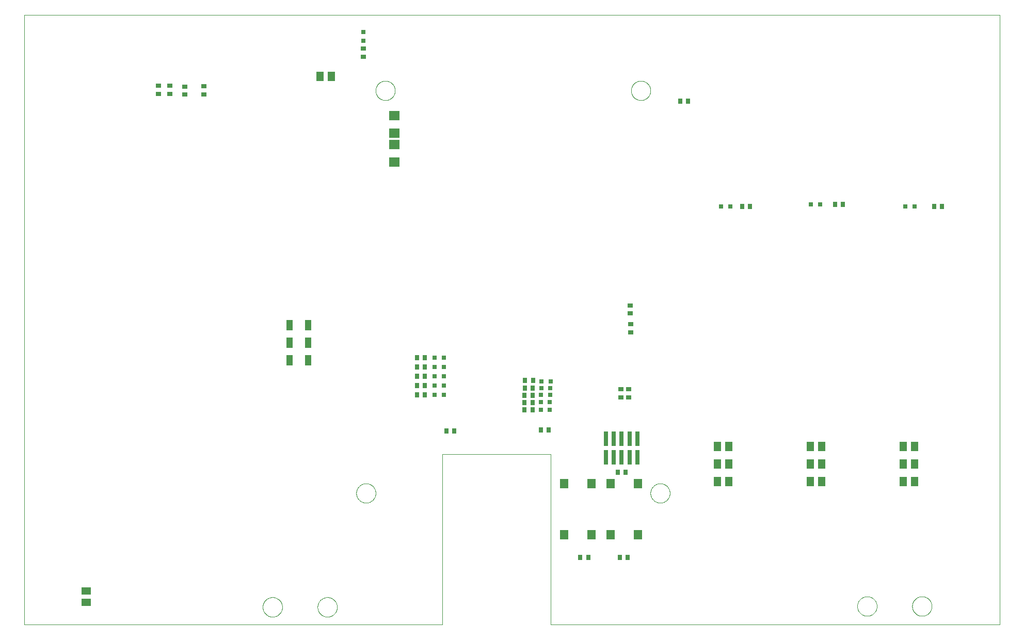
<source format=gtp>
G75*
%MOIN*%
%OFA0B0*%
%FSLAX25Y25*%
%IPPOS*%
%LPD*%
%AMOC8*
5,1,8,0,0,1.08239X$1,22.5*
%
%ADD10C,0.00000*%
%ADD11R,0.03543X0.02756*%
%ADD12R,0.07098X0.06299*%
%ADD13R,0.02650X0.09700*%
%ADD14R,0.02756X0.03543*%
%ADD15R,0.05512X0.06300*%
%ADD16R,0.03150X0.03150*%
%ADD17R,0.05118X0.05906*%
%ADD18R,0.05906X0.05118*%
%ADD19R,0.04400X0.07100*%
D10*
X0034894Y0034921D02*
X0034894Y0428622D01*
X0664815Y0428622D01*
X0664815Y0034921D01*
X0374894Y0034921D01*
X0374894Y0144921D01*
X0304894Y0144921D01*
X0304894Y0034921D01*
X0034894Y0034921D01*
X0188831Y0046339D02*
X0188833Y0046497D01*
X0188839Y0046655D01*
X0188849Y0046813D01*
X0188863Y0046971D01*
X0188881Y0047128D01*
X0188902Y0047285D01*
X0188928Y0047441D01*
X0188958Y0047597D01*
X0188991Y0047752D01*
X0189029Y0047905D01*
X0189070Y0048058D01*
X0189115Y0048210D01*
X0189164Y0048361D01*
X0189217Y0048510D01*
X0189273Y0048658D01*
X0189333Y0048804D01*
X0189397Y0048949D01*
X0189465Y0049092D01*
X0189536Y0049234D01*
X0189610Y0049374D01*
X0189688Y0049511D01*
X0189770Y0049647D01*
X0189854Y0049781D01*
X0189943Y0049912D01*
X0190034Y0050041D01*
X0190129Y0050168D01*
X0190226Y0050293D01*
X0190327Y0050415D01*
X0190431Y0050534D01*
X0190538Y0050651D01*
X0190648Y0050765D01*
X0190761Y0050876D01*
X0190876Y0050985D01*
X0190994Y0051090D01*
X0191115Y0051192D01*
X0191238Y0051292D01*
X0191364Y0051388D01*
X0191492Y0051481D01*
X0191622Y0051571D01*
X0191755Y0051657D01*
X0191890Y0051741D01*
X0192026Y0051820D01*
X0192165Y0051897D01*
X0192306Y0051969D01*
X0192448Y0052039D01*
X0192592Y0052104D01*
X0192738Y0052166D01*
X0192885Y0052224D01*
X0193034Y0052279D01*
X0193184Y0052330D01*
X0193335Y0052377D01*
X0193487Y0052420D01*
X0193640Y0052459D01*
X0193795Y0052495D01*
X0193950Y0052526D01*
X0194106Y0052554D01*
X0194262Y0052578D01*
X0194419Y0052598D01*
X0194577Y0052614D01*
X0194734Y0052626D01*
X0194893Y0052634D01*
X0195051Y0052638D01*
X0195209Y0052638D01*
X0195367Y0052634D01*
X0195526Y0052626D01*
X0195683Y0052614D01*
X0195841Y0052598D01*
X0195998Y0052578D01*
X0196154Y0052554D01*
X0196310Y0052526D01*
X0196465Y0052495D01*
X0196620Y0052459D01*
X0196773Y0052420D01*
X0196925Y0052377D01*
X0197076Y0052330D01*
X0197226Y0052279D01*
X0197375Y0052224D01*
X0197522Y0052166D01*
X0197668Y0052104D01*
X0197812Y0052039D01*
X0197954Y0051969D01*
X0198095Y0051897D01*
X0198234Y0051820D01*
X0198370Y0051741D01*
X0198505Y0051657D01*
X0198638Y0051571D01*
X0198768Y0051481D01*
X0198896Y0051388D01*
X0199022Y0051292D01*
X0199145Y0051192D01*
X0199266Y0051090D01*
X0199384Y0050985D01*
X0199499Y0050876D01*
X0199612Y0050765D01*
X0199722Y0050651D01*
X0199829Y0050534D01*
X0199933Y0050415D01*
X0200034Y0050293D01*
X0200131Y0050168D01*
X0200226Y0050041D01*
X0200317Y0049912D01*
X0200406Y0049781D01*
X0200490Y0049647D01*
X0200572Y0049511D01*
X0200650Y0049374D01*
X0200724Y0049234D01*
X0200795Y0049092D01*
X0200863Y0048949D01*
X0200927Y0048804D01*
X0200987Y0048658D01*
X0201043Y0048510D01*
X0201096Y0048361D01*
X0201145Y0048210D01*
X0201190Y0048058D01*
X0201231Y0047905D01*
X0201269Y0047752D01*
X0201302Y0047597D01*
X0201332Y0047441D01*
X0201358Y0047285D01*
X0201379Y0047128D01*
X0201397Y0046971D01*
X0201411Y0046813D01*
X0201421Y0046655D01*
X0201427Y0046497D01*
X0201429Y0046339D01*
X0201427Y0046181D01*
X0201421Y0046023D01*
X0201411Y0045865D01*
X0201397Y0045707D01*
X0201379Y0045550D01*
X0201358Y0045393D01*
X0201332Y0045237D01*
X0201302Y0045081D01*
X0201269Y0044926D01*
X0201231Y0044773D01*
X0201190Y0044620D01*
X0201145Y0044468D01*
X0201096Y0044317D01*
X0201043Y0044168D01*
X0200987Y0044020D01*
X0200927Y0043874D01*
X0200863Y0043729D01*
X0200795Y0043586D01*
X0200724Y0043444D01*
X0200650Y0043304D01*
X0200572Y0043167D01*
X0200490Y0043031D01*
X0200406Y0042897D01*
X0200317Y0042766D01*
X0200226Y0042637D01*
X0200131Y0042510D01*
X0200034Y0042385D01*
X0199933Y0042263D01*
X0199829Y0042144D01*
X0199722Y0042027D01*
X0199612Y0041913D01*
X0199499Y0041802D01*
X0199384Y0041693D01*
X0199266Y0041588D01*
X0199145Y0041486D01*
X0199022Y0041386D01*
X0198896Y0041290D01*
X0198768Y0041197D01*
X0198638Y0041107D01*
X0198505Y0041021D01*
X0198370Y0040937D01*
X0198234Y0040858D01*
X0198095Y0040781D01*
X0197954Y0040709D01*
X0197812Y0040639D01*
X0197668Y0040574D01*
X0197522Y0040512D01*
X0197375Y0040454D01*
X0197226Y0040399D01*
X0197076Y0040348D01*
X0196925Y0040301D01*
X0196773Y0040258D01*
X0196620Y0040219D01*
X0196465Y0040183D01*
X0196310Y0040152D01*
X0196154Y0040124D01*
X0195998Y0040100D01*
X0195841Y0040080D01*
X0195683Y0040064D01*
X0195526Y0040052D01*
X0195367Y0040044D01*
X0195209Y0040040D01*
X0195051Y0040040D01*
X0194893Y0040044D01*
X0194734Y0040052D01*
X0194577Y0040064D01*
X0194419Y0040080D01*
X0194262Y0040100D01*
X0194106Y0040124D01*
X0193950Y0040152D01*
X0193795Y0040183D01*
X0193640Y0040219D01*
X0193487Y0040258D01*
X0193335Y0040301D01*
X0193184Y0040348D01*
X0193034Y0040399D01*
X0192885Y0040454D01*
X0192738Y0040512D01*
X0192592Y0040574D01*
X0192448Y0040639D01*
X0192306Y0040709D01*
X0192165Y0040781D01*
X0192026Y0040858D01*
X0191890Y0040937D01*
X0191755Y0041021D01*
X0191622Y0041107D01*
X0191492Y0041197D01*
X0191364Y0041290D01*
X0191238Y0041386D01*
X0191115Y0041486D01*
X0190994Y0041588D01*
X0190876Y0041693D01*
X0190761Y0041802D01*
X0190648Y0041913D01*
X0190538Y0042027D01*
X0190431Y0042144D01*
X0190327Y0042263D01*
X0190226Y0042385D01*
X0190129Y0042510D01*
X0190034Y0042637D01*
X0189943Y0042766D01*
X0189854Y0042897D01*
X0189770Y0043031D01*
X0189688Y0043167D01*
X0189610Y0043304D01*
X0189536Y0043444D01*
X0189465Y0043586D01*
X0189397Y0043729D01*
X0189333Y0043874D01*
X0189273Y0044020D01*
X0189217Y0044168D01*
X0189164Y0044317D01*
X0189115Y0044468D01*
X0189070Y0044620D01*
X0189029Y0044773D01*
X0188991Y0044926D01*
X0188958Y0045081D01*
X0188928Y0045237D01*
X0188902Y0045393D01*
X0188881Y0045550D01*
X0188863Y0045707D01*
X0188849Y0045865D01*
X0188839Y0046023D01*
X0188833Y0046181D01*
X0188831Y0046339D01*
X0224264Y0046339D02*
X0224266Y0046497D01*
X0224272Y0046655D01*
X0224282Y0046813D01*
X0224296Y0046971D01*
X0224314Y0047128D01*
X0224335Y0047285D01*
X0224361Y0047441D01*
X0224391Y0047597D01*
X0224424Y0047752D01*
X0224462Y0047905D01*
X0224503Y0048058D01*
X0224548Y0048210D01*
X0224597Y0048361D01*
X0224650Y0048510D01*
X0224706Y0048658D01*
X0224766Y0048804D01*
X0224830Y0048949D01*
X0224898Y0049092D01*
X0224969Y0049234D01*
X0225043Y0049374D01*
X0225121Y0049511D01*
X0225203Y0049647D01*
X0225287Y0049781D01*
X0225376Y0049912D01*
X0225467Y0050041D01*
X0225562Y0050168D01*
X0225659Y0050293D01*
X0225760Y0050415D01*
X0225864Y0050534D01*
X0225971Y0050651D01*
X0226081Y0050765D01*
X0226194Y0050876D01*
X0226309Y0050985D01*
X0226427Y0051090D01*
X0226548Y0051192D01*
X0226671Y0051292D01*
X0226797Y0051388D01*
X0226925Y0051481D01*
X0227055Y0051571D01*
X0227188Y0051657D01*
X0227323Y0051741D01*
X0227459Y0051820D01*
X0227598Y0051897D01*
X0227739Y0051969D01*
X0227881Y0052039D01*
X0228025Y0052104D01*
X0228171Y0052166D01*
X0228318Y0052224D01*
X0228467Y0052279D01*
X0228617Y0052330D01*
X0228768Y0052377D01*
X0228920Y0052420D01*
X0229073Y0052459D01*
X0229228Y0052495D01*
X0229383Y0052526D01*
X0229539Y0052554D01*
X0229695Y0052578D01*
X0229852Y0052598D01*
X0230010Y0052614D01*
X0230167Y0052626D01*
X0230326Y0052634D01*
X0230484Y0052638D01*
X0230642Y0052638D01*
X0230800Y0052634D01*
X0230959Y0052626D01*
X0231116Y0052614D01*
X0231274Y0052598D01*
X0231431Y0052578D01*
X0231587Y0052554D01*
X0231743Y0052526D01*
X0231898Y0052495D01*
X0232053Y0052459D01*
X0232206Y0052420D01*
X0232358Y0052377D01*
X0232509Y0052330D01*
X0232659Y0052279D01*
X0232808Y0052224D01*
X0232955Y0052166D01*
X0233101Y0052104D01*
X0233245Y0052039D01*
X0233387Y0051969D01*
X0233528Y0051897D01*
X0233667Y0051820D01*
X0233803Y0051741D01*
X0233938Y0051657D01*
X0234071Y0051571D01*
X0234201Y0051481D01*
X0234329Y0051388D01*
X0234455Y0051292D01*
X0234578Y0051192D01*
X0234699Y0051090D01*
X0234817Y0050985D01*
X0234932Y0050876D01*
X0235045Y0050765D01*
X0235155Y0050651D01*
X0235262Y0050534D01*
X0235366Y0050415D01*
X0235467Y0050293D01*
X0235564Y0050168D01*
X0235659Y0050041D01*
X0235750Y0049912D01*
X0235839Y0049781D01*
X0235923Y0049647D01*
X0236005Y0049511D01*
X0236083Y0049374D01*
X0236157Y0049234D01*
X0236228Y0049092D01*
X0236296Y0048949D01*
X0236360Y0048804D01*
X0236420Y0048658D01*
X0236476Y0048510D01*
X0236529Y0048361D01*
X0236578Y0048210D01*
X0236623Y0048058D01*
X0236664Y0047905D01*
X0236702Y0047752D01*
X0236735Y0047597D01*
X0236765Y0047441D01*
X0236791Y0047285D01*
X0236812Y0047128D01*
X0236830Y0046971D01*
X0236844Y0046813D01*
X0236854Y0046655D01*
X0236860Y0046497D01*
X0236862Y0046339D01*
X0236860Y0046181D01*
X0236854Y0046023D01*
X0236844Y0045865D01*
X0236830Y0045707D01*
X0236812Y0045550D01*
X0236791Y0045393D01*
X0236765Y0045237D01*
X0236735Y0045081D01*
X0236702Y0044926D01*
X0236664Y0044773D01*
X0236623Y0044620D01*
X0236578Y0044468D01*
X0236529Y0044317D01*
X0236476Y0044168D01*
X0236420Y0044020D01*
X0236360Y0043874D01*
X0236296Y0043729D01*
X0236228Y0043586D01*
X0236157Y0043444D01*
X0236083Y0043304D01*
X0236005Y0043167D01*
X0235923Y0043031D01*
X0235839Y0042897D01*
X0235750Y0042766D01*
X0235659Y0042637D01*
X0235564Y0042510D01*
X0235467Y0042385D01*
X0235366Y0042263D01*
X0235262Y0042144D01*
X0235155Y0042027D01*
X0235045Y0041913D01*
X0234932Y0041802D01*
X0234817Y0041693D01*
X0234699Y0041588D01*
X0234578Y0041486D01*
X0234455Y0041386D01*
X0234329Y0041290D01*
X0234201Y0041197D01*
X0234071Y0041107D01*
X0233938Y0041021D01*
X0233803Y0040937D01*
X0233667Y0040858D01*
X0233528Y0040781D01*
X0233387Y0040709D01*
X0233245Y0040639D01*
X0233101Y0040574D01*
X0232955Y0040512D01*
X0232808Y0040454D01*
X0232659Y0040399D01*
X0232509Y0040348D01*
X0232358Y0040301D01*
X0232206Y0040258D01*
X0232053Y0040219D01*
X0231898Y0040183D01*
X0231743Y0040152D01*
X0231587Y0040124D01*
X0231431Y0040100D01*
X0231274Y0040080D01*
X0231116Y0040064D01*
X0230959Y0040052D01*
X0230800Y0040044D01*
X0230642Y0040040D01*
X0230484Y0040040D01*
X0230326Y0040044D01*
X0230167Y0040052D01*
X0230010Y0040064D01*
X0229852Y0040080D01*
X0229695Y0040100D01*
X0229539Y0040124D01*
X0229383Y0040152D01*
X0229228Y0040183D01*
X0229073Y0040219D01*
X0228920Y0040258D01*
X0228768Y0040301D01*
X0228617Y0040348D01*
X0228467Y0040399D01*
X0228318Y0040454D01*
X0228171Y0040512D01*
X0228025Y0040574D01*
X0227881Y0040639D01*
X0227739Y0040709D01*
X0227598Y0040781D01*
X0227459Y0040858D01*
X0227323Y0040937D01*
X0227188Y0041021D01*
X0227055Y0041107D01*
X0226925Y0041197D01*
X0226797Y0041290D01*
X0226671Y0041386D01*
X0226548Y0041486D01*
X0226427Y0041588D01*
X0226309Y0041693D01*
X0226194Y0041802D01*
X0226081Y0041913D01*
X0225971Y0042027D01*
X0225864Y0042144D01*
X0225760Y0042263D01*
X0225659Y0042385D01*
X0225562Y0042510D01*
X0225467Y0042637D01*
X0225376Y0042766D01*
X0225287Y0042897D01*
X0225203Y0043031D01*
X0225121Y0043167D01*
X0225043Y0043304D01*
X0224969Y0043444D01*
X0224898Y0043586D01*
X0224830Y0043729D01*
X0224766Y0043874D01*
X0224706Y0044020D01*
X0224650Y0044168D01*
X0224597Y0044317D01*
X0224548Y0044468D01*
X0224503Y0044620D01*
X0224462Y0044773D01*
X0224424Y0044926D01*
X0224391Y0045081D01*
X0224361Y0045237D01*
X0224335Y0045393D01*
X0224314Y0045550D01*
X0224296Y0045707D01*
X0224282Y0045865D01*
X0224272Y0046023D01*
X0224266Y0046181D01*
X0224264Y0046339D01*
X0249254Y0119921D02*
X0249256Y0120079D01*
X0249262Y0120236D01*
X0249272Y0120394D01*
X0249286Y0120551D01*
X0249304Y0120707D01*
X0249325Y0120864D01*
X0249351Y0121019D01*
X0249381Y0121174D01*
X0249414Y0121328D01*
X0249452Y0121481D01*
X0249493Y0121634D01*
X0249538Y0121785D01*
X0249587Y0121935D01*
X0249640Y0122083D01*
X0249696Y0122231D01*
X0249757Y0122376D01*
X0249820Y0122521D01*
X0249888Y0122663D01*
X0249959Y0122804D01*
X0250033Y0122943D01*
X0250111Y0123080D01*
X0250193Y0123215D01*
X0250277Y0123348D01*
X0250366Y0123479D01*
X0250457Y0123607D01*
X0250552Y0123734D01*
X0250649Y0123857D01*
X0250750Y0123979D01*
X0250854Y0124097D01*
X0250961Y0124213D01*
X0251071Y0124326D01*
X0251183Y0124437D01*
X0251299Y0124544D01*
X0251417Y0124649D01*
X0251537Y0124751D01*
X0251660Y0124849D01*
X0251786Y0124945D01*
X0251914Y0125037D01*
X0252044Y0125126D01*
X0252176Y0125212D01*
X0252311Y0125294D01*
X0252448Y0125373D01*
X0252586Y0125448D01*
X0252726Y0125520D01*
X0252869Y0125588D01*
X0253012Y0125653D01*
X0253158Y0125714D01*
X0253305Y0125771D01*
X0253453Y0125825D01*
X0253603Y0125875D01*
X0253753Y0125921D01*
X0253905Y0125963D01*
X0254058Y0126002D01*
X0254212Y0126036D01*
X0254367Y0126067D01*
X0254522Y0126093D01*
X0254678Y0126116D01*
X0254835Y0126135D01*
X0254992Y0126150D01*
X0255149Y0126161D01*
X0255307Y0126168D01*
X0255465Y0126171D01*
X0255622Y0126170D01*
X0255780Y0126165D01*
X0255937Y0126156D01*
X0256095Y0126143D01*
X0256251Y0126126D01*
X0256408Y0126105D01*
X0256563Y0126081D01*
X0256718Y0126052D01*
X0256873Y0126019D01*
X0257026Y0125983D01*
X0257179Y0125942D01*
X0257330Y0125898D01*
X0257480Y0125850D01*
X0257629Y0125799D01*
X0257777Y0125743D01*
X0257923Y0125684D01*
X0258068Y0125621D01*
X0258211Y0125554D01*
X0258352Y0125484D01*
X0258491Y0125411D01*
X0258629Y0125334D01*
X0258765Y0125253D01*
X0258898Y0125169D01*
X0259029Y0125082D01*
X0259158Y0124991D01*
X0259285Y0124897D01*
X0259410Y0124800D01*
X0259531Y0124700D01*
X0259651Y0124597D01*
X0259767Y0124491D01*
X0259881Y0124382D01*
X0259993Y0124270D01*
X0260101Y0124156D01*
X0260206Y0124038D01*
X0260309Y0123918D01*
X0260408Y0123796D01*
X0260504Y0123671D01*
X0260597Y0123543D01*
X0260687Y0123414D01*
X0260773Y0123282D01*
X0260857Y0123148D01*
X0260936Y0123012D01*
X0261013Y0122874D01*
X0261085Y0122734D01*
X0261154Y0122592D01*
X0261220Y0122449D01*
X0261282Y0122304D01*
X0261340Y0122157D01*
X0261395Y0122009D01*
X0261446Y0121860D01*
X0261493Y0121709D01*
X0261536Y0121558D01*
X0261575Y0121405D01*
X0261611Y0121251D01*
X0261642Y0121097D01*
X0261670Y0120942D01*
X0261694Y0120786D01*
X0261714Y0120629D01*
X0261730Y0120472D01*
X0261742Y0120315D01*
X0261750Y0120158D01*
X0261754Y0120000D01*
X0261754Y0119842D01*
X0261750Y0119684D01*
X0261742Y0119527D01*
X0261730Y0119370D01*
X0261714Y0119213D01*
X0261694Y0119056D01*
X0261670Y0118900D01*
X0261642Y0118745D01*
X0261611Y0118591D01*
X0261575Y0118437D01*
X0261536Y0118284D01*
X0261493Y0118133D01*
X0261446Y0117982D01*
X0261395Y0117833D01*
X0261340Y0117685D01*
X0261282Y0117538D01*
X0261220Y0117393D01*
X0261154Y0117250D01*
X0261085Y0117108D01*
X0261013Y0116968D01*
X0260936Y0116830D01*
X0260857Y0116694D01*
X0260773Y0116560D01*
X0260687Y0116428D01*
X0260597Y0116299D01*
X0260504Y0116171D01*
X0260408Y0116046D01*
X0260309Y0115924D01*
X0260206Y0115804D01*
X0260101Y0115686D01*
X0259993Y0115572D01*
X0259881Y0115460D01*
X0259767Y0115351D01*
X0259651Y0115245D01*
X0259531Y0115142D01*
X0259410Y0115042D01*
X0259285Y0114945D01*
X0259158Y0114851D01*
X0259029Y0114760D01*
X0258898Y0114673D01*
X0258765Y0114589D01*
X0258629Y0114508D01*
X0258491Y0114431D01*
X0258352Y0114358D01*
X0258211Y0114288D01*
X0258068Y0114221D01*
X0257923Y0114158D01*
X0257777Y0114099D01*
X0257629Y0114043D01*
X0257480Y0113992D01*
X0257330Y0113944D01*
X0257179Y0113900D01*
X0257026Y0113859D01*
X0256873Y0113823D01*
X0256718Y0113790D01*
X0256563Y0113761D01*
X0256408Y0113737D01*
X0256251Y0113716D01*
X0256095Y0113699D01*
X0255937Y0113686D01*
X0255780Y0113677D01*
X0255622Y0113672D01*
X0255465Y0113671D01*
X0255307Y0113674D01*
X0255149Y0113681D01*
X0254992Y0113692D01*
X0254835Y0113707D01*
X0254678Y0113726D01*
X0254522Y0113749D01*
X0254367Y0113775D01*
X0254212Y0113806D01*
X0254058Y0113840D01*
X0253905Y0113879D01*
X0253753Y0113921D01*
X0253603Y0113967D01*
X0253453Y0114017D01*
X0253305Y0114071D01*
X0253158Y0114128D01*
X0253012Y0114189D01*
X0252869Y0114254D01*
X0252726Y0114322D01*
X0252586Y0114394D01*
X0252448Y0114469D01*
X0252311Y0114548D01*
X0252176Y0114630D01*
X0252044Y0114716D01*
X0251914Y0114805D01*
X0251786Y0114897D01*
X0251660Y0114993D01*
X0251537Y0115091D01*
X0251417Y0115193D01*
X0251299Y0115298D01*
X0251183Y0115405D01*
X0251071Y0115516D01*
X0250961Y0115629D01*
X0250854Y0115745D01*
X0250750Y0115863D01*
X0250649Y0115985D01*
X0250552Y0116108D01*
X0250457Y0116235D01*
X0250366Y0116363D01*
X0250277Y0116494D01*
X0250193Y0116627D01*
X0250111Y0116762D01*
X0250033Y0116899D01*
X0249959Y0117038D01*
X0249888Y0117179D01*
X0249820Y0117321D01*
X0249757Y0117466D01*
X0249696Y0117611D01*
X0249640Y0117759D01*
X0249587Y0117907D01*
X0249538Y0118057D01*
X0249493Y0118208D01*
X0249452Y0118361D01*
X0249414Y0118514D01*
X0249381Y0118668D01*
X0249351Y0118823D01*
X0249325Y0118978D01*
X0249304Y0119135D01*
X0249286Y0119291D01*
X0249272Y0119448D01*
X0249262Y0119606D01*
X0249256Y0119763D01*
X0249254Y0119921D01*
X0439254Y0119921D02*
X0439256Y0120079D01*
X0439262Y0120236D01*
X0439272Y0120394D01*
X0439286Y0120551D01*
X0439304Y0120707D01*
X0439325Y0120864D01*
X0439351Y0121019D01*
X0439381Y0121174D01*
X0439414Y0121328D01*
X0439452Y0121481D01*
X0439493Y0121634D01*
X0439538Y0121785D01*
X0439587Y0121935D01*
X0439640Y0122083D01*
X0439696Y0122231D01*
X0439757Y0122376D01*
X0439820Y0122521D01*
X0439888Y0122663D01*
X0439959Y0122804D01*
X0440033Y0122943D01*
X0440111Y0123080D01*
X0440193Y0123215D01*
X0440277Y0123348D01*
X0440366Y0123479D01*
X0440457Y0123607D01*
X0440552Y0123734D01*
X0440649Y0123857D01*
X0440750Y0123979D01*
X0440854Y0124097D01*
X0440961Y0124213D01*
X0441071Y0124326D01*
X0441183Y0124437D01*
X0441299Y0124544D01*
X0441417Y0124649D01*
X0441537Y0124751D01*
X0441660Y0124849D01*
X0441786Y0124945D01*
X0441914Y0125037D01*
X0442044Y0125126D01*
X0442176Y0125212D01*
X0442311Y0125294D01*
X0442448Y0125373D01*
X0442586Y0125448D01*
X0442726Y0125520D01*
X0442869Y0125588D01*
X0443012Y0125653D01*
X0443158Y0125714D01*
X0443305Y0125771D01*
X0443453Y0125825D01*
X0443603Y0125875D01*
X0443753Y0125921D01*
X0443905Y0125963D01*
X0444058Y0126002D01*
X0444212Y0126036D01*
X0444367Y0126067D01*
X0444522Y0126093D01*
X0444678Y0126116D01*
X0444835Y0126135D01*
X0444992Y0126150D01*
X0445149Y0126161D01*
X0445307Y0126168D01*
X0445465Y0126171D01*
X0445622Y0126170D01*
X0445780Y0126165D01*
X0445937Y0126156D01*
X0446095Y0126143D01*
X0446251Y0126126D01*
X0446408Y0126105D01*
X0446563Y0126081D01*
X0446718Y0126052D01*
X0446873Y0126019D01*
X0447026Y0125983D01*
X0447179Y0125942D01*
X0447330Y0125898D01*
X0447480Y0125850D01*
X0447629Y0125799D01*
X0447777Y0125743D01*
X0447923Y0125684D01*
X0448068Y0125621D01*
X0448211Y0125554D01*
X0448352Y0125484D01*
X0448491Y0125411D01*
X0448629Y0125334D01*
X0448765Y0125253D01*
X0448898Y0125169D01*
X0449029Y0125082D01*
X0449158Y0124991D01*
X0449285Y0124897D01*
X0449410Y0124800D01*
X0449531Y0124700D01*
X0449651Y0124597D01*
X0449767Y0124491D01*
X0449881Y0124382D01*
X0449993Y0124270D01*
X0450101Y0124156D01*
X0450206Y0124038D01*
X0450309Y0123918D01*
X0450408Y0123796D01*
X0450504Y0123671D01*
X0450597Y0123543D01*
X0450687Y0123414D01*
X0450773Y0123282D01*
X0450857Y0123148D01*
X0450936Y0123012D01*
X0451013Y0122874D01*
X0451085Y0122734D01*
X0451154Y0122592D01*
X0451220Y0122449D01*
X0451282Y0122304D01*
X0451340Y0122157D01*
X0451395Y0122009D01*
X0451446Y0121860D01*
X0451493Y0121709D01*
X0451536Y0121558D01*
X0451575Y0121405D01*
X0451611Y0121251D01*
X0451642Y0121097D01*
X0451670Y0120942D01*
X0451694Y0120786D01*
X0451714Y0120629D01*
X0451730Y0120472D01*
X0451742Y0120315D01*
X0451750Y0120158D01*
X0451754Y0120000D01*
X0451754Y0119842D01*
X0451750Y0119684D01*
X0451742Y0119527D01*
X0451730Y0119370D01*
X0451714Y0119213D01*
X0451694Y0119056D01*
X0451670Y0118900D01*
X0451642Y0118745D01*
X0451611Y0118591D01*
X0451575Y0118437D01*
X0451536Y0118284D01*
X0451493Y0118133D01*
X0451446Y0117982D01*
X0451395Y0117833D01*
X0451340Y0117685D01*
X0451282Y0117538D01*
X0451220Y0117393D01*
X0451154Y0117250D01*
X0451085Y0117108D01*
X0451013Y0116968D01*
X0450936Y0116830D01*
X0450857Y0116694D01*
X0450773Y0116560D01*
X0450687Y0116428D01*
X0450597Y0116299D01*
X0450504Y0116171D01*
X0450408Y0116046D01*
X0450309Y0115924D01*
X0450206Y0115804D01*
X0450101Y0115686D01*
X0449993Y0115572D01*
X0449881Y0115460D01*
X0449767Y0115351D01*
X0449651Y0115245D01*
X0449531Y0115142D01*
X0449410Y0115042D01*
X0449285Y0114945D01*
X0449158Y0114851D01*
X0449029Y0114760D01*
X0448898Y0114673D01*
X0448765Y0114589D01*
X0448629Y0114508D01*
X0448491Y0114431D01*
X0448352Y0114358D01*
X0448211Y0114288D01*
X0448068Y0114221D01*
X0447923Y0114158D01*
X0447777Y0114099D01*
X0447629Y0114043D01*
X0447480Y0113992D01*
X0447330Y0113944D01*
X0447179Y0113900D01*
X0447026Y0113859D01*
X0446873Y0113823D01*
X0446718Y0113790D01*
X0446563Y0113761D01*
X0446408Y0113737D01*
X0446251Y0113716D01*
X0446095Y0113699D01*
X0445937Y0113686D01*
X0445780Y0113677D01*
X0445622Y0113672D01*
X0445465Y0113671D01*
X0445307Y0113674D01*
X0445149Y0113681D01*
X0444992Y0113692D01*
X0444835Y0113707D01*
X0444678Y0113726D01*
X0444522Y0113749D01*
X0444367Y0113775D01*
X0444212Y0113806D01*
X0444058Y0113840D01*
X0443905Y0113879D01*
X0443753Y0113921D01*
X0443603Y0113967D01*
X0443453Y0114017D01*
X0443305Y0114071D01*
X0443158Y0114128D01*
X0443012Y0114189D01*
X0442869Y0114254D01*
X0442726Y0114322D01*
X0442586Y0114394D01*
X0442448Y0114469D01*
X0442311Y0114548D01*
X0442176Y0114630D01*
X0442044Y0114716D01*
X0441914Y0114805D01*
X0441786Y0114897D01*
X0441660Y0114993D01*
X0441537Y0115091D01*
X0441417Y0115193D01*
X0441299Y0115298D01*
X0441183Y0115405D01*
X0441071Y0115516D01*
X0440961Y0115629D01*
X0440854Y0115745D01*
X0440750Y0115863D01*
X0440649Y0115985D01*
X0440552Y0116108D01*
X0440457Y0116235D01*
X0440366Y0116363D01*
X0440277Y0116494D01*
X0440193Y0116627D01*
X0440111Y0116762D01*
X0440033Y0116899D01*
X0439959Y0117038D01*
X0439888Y0117179D01*
X0439820Y0117321D01*
X0439757Y0117466D01*
X0439696Y0117611D01*
X0439640Y0117759D01*
X0439587Y0117907D01*
X0439538Y0118057D01*
X0439493Y0118208D01*
X0439452Y0118361D01*
X0439414Y0118514D01*
X0439381Y0118668D01*
X0439351Y0118823D01*
X0439325Y0118978D01*
X0439304Y0119135D01*
X0439286Y0119291D01*
X0439272Y0119448D01*
X0439262Y0119606D01*
X0439256Y0119763D01*
X0439254Y0119921D01*
X0572847Y0046890D02*
X0572849Y0047048D01*
X0572855Y0047206D01*
X0572865Y0047364D01*
X0572879Y0047522D01*
X0572897Y0047679D01*
X0572918Y0047836D01*
X0572944Y0047992D01*
X0572974Y0048148D01*
X0573007Y0048303D01*
X0573045Y0048456D01*
X0573086Y0048609D01*
X0573131Y0048761D01*
X0573180Y0048912D01*
X0573233Y0049061D01*
X0573289Y0049209D01*
X0573349Y0049355D01*
X0573413Y0049500D01*
X0573481Y0049643D01*
X0573552Y0049785D01*
X0573626Y0049925D01*
X0573704Y0050062D01*
X0573786Y0050198D01*
X0573870Y0050332D01*
X0573959Y0050463D01*
X0574050Y0050592D01*
X0574145Y0050719D01*
X0574242Y0050844D01*
X0574343Y0050966D01*
X0574447Y0051085D01*
X0574554Y0051202D01*
X0574664Y0051316D01*
X0574777Y0051427D01*
X0574892Y0051536D01*
X0575010Y0051641D01*
X0575131Y0051743D01*
X0575254Y0051843D01*
X0575380Y0051939D01*
X0575508Y0052032D01*
X0575638Y0052122D01*
X0575771Y0052208D01*
X0575906Y0052292D01*
X0576042Y0052371D01*
X0576181Y0052448D01*
X0576322Y0052520D01*
X0576464Y0052590D01*
X0576608Y0052655D01*
X0576754Y0052717D01*
X0576901Y0052775D01*
X0577050Y0052830D01*
X0577200Y0052881D01*
X0577351Y0052928D01*
X0577503Y0052971D01*
X0577656Y0053010D01*
X0577811Y0053046D01*
X0577966Y0053077D01*
X0578122Y0053105D01*
X0578278Y0053129D01*
X0578435Y0053149D01*
X0578593Y0053165D01*
X0578750Y0053177D01*
X0578909Y0053185D01*
X0579067Y0053189D01*
X0579225Y0053189D01*
X0579383Y0053185D01*
X0579542Y0053177D01*
X0579699Y0053165D01*
X0579857Y0053149D01*
X0580014Y0053129D01*
X0580170Y0053105D01*
X0580326Y0053077D01*
X0580481Y0053046D01*
X0580636Y0053010D01*
X0580789Y0052971D01*
X0580941Y0052928D01*
X0581092Y0052881D01*
X0581242Y0052830D01*
X0581391Y0052775D01*
X0581538Y0052717D01*
X0581684Y0052655D01*
X0581828Y0052590D01*
X0581970Y0052520D01*
X0582111Y0052448D01*
X0582250Y0052371D01*
X0582386Y0052292D01*
X0582521Y0052208D01*
X0582654Y0052122D01*
X0582784Y0052032D01*
X0582912Y0051939D01*
X0583038Y0051843D01*
X0583161Y0051743D01*
X0583282Y0051641D01*
X0583400Y0051536D01*
X0583515Y0051427D01*
X0583628Y0051316D01*
X0583738Y0051202D01*
X0583845Y0051085D01*
X0583949Y0050966D01*
X0584050Y0050844D01*
X0584147Y0050719D01*
X0584242Y0050592D01*
X0584333Y0050463D01*
X0584422Y0050332D01*
X0584506Y0050198D01*
X0584588Y0050062D01*
X0584666Y0049925D01*
X0584740Y0049785D01*
X0584811Y0049643D01*
X0584879Y0049500D01*
X0584943Y0049355D01*
X0585003Y0049209D01*
X0585059Y0049061D01*
X0585112Y0048912D01*
X0585161Y0048761D01*
X0585206Y0048609D01*
X0585247Y0048456D01*
X0585285Y0048303D01*
X0585318Y0048148D01*
X0585348Y0047992D01*
X0585374Y0047836D01*
X0585395Y0047679D01*
X0585413Y0047522D01*
X0585427Y0047364D01*
X0585437Y0047206D01*
X0585443Y0047048D01*
X0585445Y0046890D01*
X0585443Y0046732D01*
X0585437Y0046574D01*
X0585427Y0046416D01*
X0585413Y0046258D01*
X0585395Y0046101D01*
X0585374Y0045944D01*
X0585348Y0045788D01*
X0585318Y0045632D01*
X0585285Y0045477D01*
X0585247Y0045324D01*
X0585206Y0045171D01*
X0585161Y0045019D01*
X0585112Y0044868D01*
X0585059Y0044719D01*
X0585003Y0044571D01*
X0584943Y0044425D01*
X0584879Y0044280D01*
X0584811Y0044137D01*
X0584740Y0043995D01*
X0584666Y0043855D01*
X0584588Y0043718D01*
X0584506Y0043582D01*
X0584422Y0043448D01*
X0584333Y0043317D01*
X0584242Y0043188D01*
X0584147Y0043061D01*
X0584050Y0042936D01*
X0583949Y0042814D01*
X0583845Y0042695D01*
X0583738Y0042578D01*
X0583628Y0042464D01*
X0583515Y0042353D01*
X0583400Y0042244D01*
X0583282Y0042139D01*
X0583161Y0042037D01*
X0583038Y0041937D01*
X0582912Y0041841D01*
X0582784Y0041748D01*
X0582654Y0041658D01*
X0582521Y0041572D01*
X0582386Y0041488D01*
X0582250Y0041409D01*
X0582111Y0041332D01*
X0581970Y0041260D01*
X0581828Y0041190D01*
X0581684Y0041125D01*
X0581538Y0041063D01*
X0581391Y0041005D01*
X0581242Y0040950D01*
X0581092Y0040899D01*
X0580941Y0040852D01*
X0580789Y0040809D01*
X0580636Y0040770D01*
X0580481Y0040734D01*
X0580326Y0040703D01*
X0580170Y0040675D01*
X0580014Y0040651D01*
X0579857Y0040631D01*
X0579699Y0040615D01*
X0579542Y0040603D01*
X0579383Y0040595D01*
X0579225Y0040591D01*
X0579067Y0040591D01*
X0578909Y0040595D01*
X0578750Y0040603D01*
X0578593Y0040615D01*
X0578435Y0040631D01*
X0578278Y0040651D01*
X0578122Y0040675D01*
X0577966Y0040703D01*
X0577811Y0040734D01*
X0577656Y0040770D01*
X0577503Y0040809D01*
X0577351Y0040852D01*
X0577200Y0040899D01*
X0577050Y0040950D01*
X0576901Y0041005D01*
X0576754Y0041063D01*
X0576608Y0041125D01*
X0576464Y0041190D01*
X0576322Y0041260D01*
X0576181Y0041332D01*
X0576042Y0041409D01*
X0575906Y0041488D01*
X0575771Y0041572D01*
X0575638Y0041658D01*
X0575508Y0041748D01*
X0575380Y0041841D01*
X0575254Y0041937D01*
X0575131Y0042037D01*
X0575010Y0042139D01*
X0574892Y0042244D01*
X0574777Y0042353D01*
X0574664Y0042464D01*
X0574554Y0042578D01*
X0574447Y0042695D01*
X0574343Y0042814D01*
X0574242Y0042936D01*
X0574145Y0043061D01*
X0574050Y0043188D01*
X0573959Y0043317D01*
X0573870Y0043448D01*
X0573786Y0043582D01*
X0573704Y0043718D01*
X0573626Y0043855D01*
X0573552Y0043995D01*
X0573481Y0044137D01*
X0573413Y0044280D01*
X0573349Y0044425D01*
X0573289Y0044571D01*
X0573233Y0044719D01*
X0573180Y0044868D01*
X0573131Y0045019D01*
X0573086Y0045171D01*
X0573045Y0045324D01*
X0573007Y0045477D01*
X0572974Y0045632D01*
X0572944Y0045788D01*
X0572918Y0045944D01*
X0572897Y0046101D01*
X0572879Y0046258D01*
X0572865Y0046416D01*
X0572855Y0046574D01*
X0572849Y0046732D01*
X0572847Y0046890D01*
X0608280Y0046890D02*
X0608282Y0047048D01*
X0608288Y0047206D01*
X0608298Y0047364D01*
X0608312Y0047522D01*
X0608330Y0047679D01*
X0608351Y0047836D01*
X0608377Y0047992D01*
X0608407Y0048148D01*
X0608440Y0048303D01*
X0608478Y0048456D01*
X0608519Y0048609D01*
X0608564Y0048761D01*
X0608613Y0048912D01*
X0608666Y0049061D01*
X0608722Y0049209D01*
X0608782Y0049355D01*
X0608846Y0049500D01*
X0608914Y0049643D01*
X0608985Y0049785D01*
X0609059Y0049925D01*
X0609137Y0050062D01*
X0609219Y0050198D01*
X0609303Y0050332D01*
X0609392Y0050463D01*
X0609483Y0050592D01*
X0609578Y0050719D01*
X0609675Y0050844D01*
X0609776Y0050966D01*
X0609880Y0051085D01*
X0609987Y0051202D01*
X0610097Y0051316D01*
X0610210Y0051427D01*
X0610325Y0051536D01*
X0610443Y0051641D01*
X0610564Y0051743D01*
X0610687Y0051843D01*
X0610813Y0051939D01*
X0610941Y0052032D01*
X0611071Y0052122D01*
X0611204Y0052208D01*
X0611339Y0052292D01*
X0611475Y0052371D01*
X0611614Y0052448D01*
X0611755Y0052520D01*
X0611897Y0052590D01*
X0612041Y0052655D01*
X0612187Y0052717D01*
X0612334Y0052775D01*
X0612483Y0052830D01*
X0612633Y0052881D01*
X0612784Y0052928D01*
X0612936Y0052971D01*
X0613089Y0053010D01*
X0613244Y0053046D01*
X0613399Y0053077D01*
X0613555Y0053105D01*
X0613711Y0053129D01*
X0613868Y0053149D01*
X0614026Y0053165D01*
X0614183Y0053177D01*
X0614342Y0053185D01*
X0614500Y0053189D01*
X0614658Y0053189D01*
X0614816Y0053185D01*
X0614975Y0053177D01*
X0615132Y0053165D01*
X0615290Y0053149D01*
X0615447Y0053129D01*
X0615603Y0053105D01*
X0615759Y0053077D01*
X0615914Y0053046D01*
X0616069Y0053010D01*
X0616222Y0052971D01*
X0616374Y0052928D01*
X0616525Y0052881D01*
X0616675Y0052830D01*
X0616824Y0052775D01*
X0616971Y0052717D01*
X0617117Y0052655D01*
X0617261Y0052590D01*
X0617403Y0052520D01*
X0617544Y0052448D01*
X0617683Y0052371D01*
X0617819Y0052292D01*
X0617954Y0052208D01*
X0618087Y0052122D01*
X0618217Y0052032D01*
X0618345Y0051939D01*
X0618471Y0051843D01*
X0618594Y0051743D01*
X0618715Y0051641D01*
X0618833Y0051536D01*
X0618948Y0051427D01*
X0619061Y0051316D01*
X0619171Y0051202D01*
X0619278Y0051085D01*
X0619382Y0050966D01*
X0619483Y0050844D01*
X0619580Y0050719D01*
X0619675Y0050592D01*
X0619766Y0050463D01*
X0619855Y0050332D01*
X0619939Y0050198D01*
X0620021Y0050062D01*
X0620099Y0049925D01*
X0620173Y0049785D01*
X0620244Y0049643D01*
X0620312Y0049500D01*
X0620376Y0049355D01*
X0620436Y0049209D01*
X0620492Y0049061D01*
X0620545Y0048912D01*
X0620594Y0048761D01*
X0620639Y0048609D01*
X0620680Y0048456D01*
X0620718Y0048303D01*
X0620751Y0048148D01*
X0620781Y0047992D01*
X0620807Y0047836D01*
X0620828Y0047679D01*
X0620846Y0047522D01*
X0620860Y0047364D01*
X0620870Y0047206D01*
X0620876Y0047048D01*
X0620878Y0046890D01*
X0620876Y0046732D01*
X0620870Y0046574D01*
X0620860Y0046416D01*
X0620846Y0046258D01*
X0620828Y0046101D01*
X0620807Y0045944D01*
X0620781Y0045788D01*
X0620751Y0045632D01*
X0620718Y0045477D01*
X0620680Y0045324D01*
X0620639Y0045171D01*
X0620594Y0045019D01*
X0620545Y0044868D01*
X0620492Y0044719D01*
X0620436Y0044571D01*
X0620376Y0044425D01*
X0620312Y0044280D01*
X0620244Y0044137D01*
X0620173Y0043995D01*
X0620099Y0043855D01*
X0620021Y0043718D01*
X0619939Y0043582D01*
X0619855Y0043448D01*
X0619766Y0043317D01*
X0619675Y0043188D01*
X0619580Y0043061D01*
X0619483Y0042936D01*
X0619382Y0042814D01*
X0619278Y0042695D01*
X0619171Y0042578D01*
X0619061Y0042464D01*
X0618948Y0042353D01*
X0618833Y0042244D01*
X0618715Y0042139D01*
X0618594Y0042037D01*
X0618471Y0041937D01*
X0618345Y0041841D01*
X0618217Y0041748D01*
X0618087Y0041658D01*
X0617954Y0041572D01*
X0617819Y0041488D01*
X0617683Y0041409D01*
X0617544Y0041332D01*
X0617403Y0041260D01*
X0617261Y0041190D01*
X0617117Y0041125D01*
X0616971Y0041063D01*
X0616824Y0041005D01*
X0616675Y0040950D01*
X0616525Y0040899D01*
X0616374Y0040852D01*
X0616222Y0040809D01*
X0616069Y0040770D01*
X0615914Y0040734D01*
X0615759Y0040703D01*
X0615603Y0040675D01*
X0615447Y0040651D01*
X0615290Y0040631D01*
X0615132Y0040615D01*
X0614975Y0040603D01*
X0614816Y0040595D01*
X0614658Y0040591D01*
X0614500Y0040591D01*
X0614342Y0040595D01*
X0614183Y0040603D01*
X0614026Y0040615D01*
X0613868Y0040631D01*
X0613711Y0040651D01*
X0613555Y0040675D01*
X0613399Y0040703D01*
X0613244Y0040734D01*
X0613089Y0040770D01*
X0612936Y0040809D01*
X0612784Y0040852D01*
X0612633Y0040899D01*
X0612483Y0040950D01*
X0612334Y0041005D01*
X0612187Y0041063D01*
X0612041Y0041125D01*
X0611897Y0041190D01*
X0611755Y0041260D01*
X0611614Y0041332D01*
X0611475Y0041409D01*
X0611339Y0041488D01*
X0611204Y0041572D01*
X0611071Y0041658D01*
X0610941Y0041748D01*
X0610813Y0041841D01*
X0610687Y0041937D01*
X0610564Y0042037D01*
X0610443Y0042139D01*
X0610325Y0042244D01*
X0610210Y0042353D01*
X0610097Y0042464D01*
X0609987Y0042578D01*
X0609880Y0042695D01*
X0609776Y0042814D01*
X0609675Y0042936D01*
X0609578Y0043061D01*
X0609483Y0043188D01*
X0609392Y0043317D01*
X0609303Y0043448D01*
X0609219Y0043582D01*
X0609137Y0043718D01*
X0609059Y0043855D01*
X0608985Y0043995D01*
X0608914Y0044137D01*
X0608846Y0044280D01*
X0608782Y0044425D01*
X0608722Y0044571D01*
X0608666Y0044719D01*
X0608613Y0044868D01*
X0608564Y0045019D01*
X0608519Y0045171D01*
X0608478Y0045324D01*
X0608440Y0045477D01*
X0608407Y0045632D01*
X0608377Y0045788D01*
X0608351Y0045944D01*
X0608330Y0046101D01*
X0608312Y0046258D01*
X0608298Y0046416D01*
X0608288Y0046574D01*
X0608282Y0046732D01*
X0608280Y0046890D01*
X0426754Y0379921D02*
X0426756Y0380079D01*
X0426762Y0380236D01*
X0426772Y0380394D01*
X0426786Y0380551D01*
X0426804Y0380707D01*
X0426825Y0380864D01*
X0426851Y0381019D01*
X0426881Y0381174D01*
X0426914Y0381328D01*
X0426952Y0381481D01*
X0426993Y0381634D01*
X0427038Y0381785D01*
X0427087Y0381935D01*
X0427140Y0382083D01*
X0427196Y0382231D01*
X0427257Y0382376D01*
X0427320Y0382521D01*
X0427388Y0382663D01*
X0427459Y0382804D01*
X0427533Y0382943D01*
X0427611Y0383080D01*
X0427693Y0383215D01*
X0427777Y0383348D01*
X0427866Y0383479D01*
X0427957Y0383607D01*
X0428052Y0383734D01*
X0428149Y0383857D01*
X0428250Y0383979D01*
X0428354Y0384097D01*
X0428461Y0384213D01*
X0428571Y0384326D01*
X0428683Y0384437D01*
X0428799Y0384544D01*
X0428917Y0384649D01*
X0429037Y0384751D01*
X0429160Y0384849D01*
X0429286Y0384945D01*
X0429414Y0385037D01*
X0429544Y0385126D01*
X0429676Y0385212D01*
X0429811Y0385294D01*
X0429948Y0385373D01*
X0430086Y0385448D01*
X0430226Y0385520D01*
X0430369Y0385588D01*
X0430512Y0385653D01*
X0430658Y0385714D01*
X0430805Y0385771D01*
X0430953Y0385825D01*
X0431103Y0385875D01*
X0431253Y0385921D01*
X0431405Y0385963D01*
X0431558Y0386002D01*
X0431712Y0386036D01*
X0431867Y0386067D01*
X0432022Y0386093D01*
X0432178Y0386116D01*
X0432335Y0386135D01*
X0432492Y0386150D01*
X0432649Y0386161D01*
X0432807Y0386168D01*
X0432965Y0386171D01*
X0433122Y0386170D01*
X0433280Y0386165D01*
X0433437Y0386156D01*
X0433595Y0386143D01*
X0433751Y0386126D01*
X0433908Y0386105D01*
X0434063Y0386081D01*
X0434218Y0386052D01*
X0434373Y0386019D01*
X0434526Y0385983D01*
X0434679Y0385942D01*
X0434830Y0385898D01*
X0434980Y0385850D01*
X0435129Y0385799D01*
X0435277Y0385743D01*
X0435423Y0385684D01*
X0435568Y0385621D01*
X0435711Y0385554D01*
X0435852Y0385484D01*
X0435991Y0385411D01*
X0436129Y0385334D01*
X0436265Y0385253D01*
X0436398Y0385169D01*
X0436529Y0385082D01*
X0436658Y0384991D01*
X0436785Y0384897D01*
X0436910Y0384800D01*
X0437031Y0384700D01*
X0437151Y0384597D01*
X0437267Y0384491D01*
X0437381Y0384382D01*
X0437493Y0384270D01*
X0437601Y0384156D01*
X0437706Y0384038D01*
X0437809Y0383918D01*
X0437908Y0383796D01*
X0438004Y0383671D01*
X0438097Y0383543D01*
X0438187Y0383414D01*
X0438273Y0383282D01*
X0438357Y0383148D01*
X0438436Y0383012D01*
X0438513Y0382874D01*
X0438585Y0382734D01*
X0438654Y0382592D01*
X0438720Y0382449D01*
X0438782Y0382304D01*
X0438840Y0382157D01*
X0438895Y0382009D01*
X0438946Y0381860D01*
X0438993Y0381709D01*
X0439036Y0381558D01*
X0439075Y0381405D01*
X0439111Y0381251D01*
X0439142Y0381097D01*
X0439170Y0380942D01*
X0439194Y0380786D01*
X0439214Y0380629D01*
X0439230Y0380472D01*
X0439242Y0380315D01*
X0439250Y0380158D01*
X0439254Y0380000D01*
X0439254Y0379842D01*
X0439250Y0379684D01*
X0439242Y0379527D01*
X0439230Y0379370D01*
X0439214Y0379213D01*
X0439194Y0379056D01*
X0439170Y0378900D01*
X0439142Y0378745D01*
X0439111Y0378591D01*
X0439075Y0378437D01*
X0439036Y0378284D01*
X0438993Y0378133D01*
X0438946Y0377982D01*
X0438895Y0377833D01*
X0438840Y0377685D01*
X0438782Y0377538D01*
X0438720Y0377393D01*
X0438654Y0377250D01*
X0438585Y0377108D01*
X0438513Y0376968D01*
X0438436Y0376830D01*
X0438357Y0376694D01*
X0438273Y0376560D01*
X0438187Y0376428D01*
X0438097Y0376299D01*
X0438004Y0376171D01*
X0437908Y0376046D01*
X0437809Y0375924D01*
X0437706Y0375804D01*
X0437601Y0375686D01*
X0437493Y0375572D01*
X0437381Y0375460D01*
X0437267Y0375351D01*
X0437151Y0375245D01*
X0437031Y0375142D01*
X0436910Y0375042D01*
X0436785Y0374945D01*
X0436658Y0374851D01*
X0436529Y0374760D01*
X0436398Y0374673D01*
X0436265Y0374589D01*
X0436129Y0374508D01*
X0435991Y0374431D01*
X0435852Y0374358D01*
X0435711Y0374288D01*
X0435568Y0374221D01*
X0435423Y0374158D01*
X0435277Y0374099D01*
X0435129Y0374043D01*
X0434980Y0373992D01*
X0434830Y0373944D01*
X0434679Y0373900D01*
X0434526Y0373859D01*
X0434373Y0373823D01*
X0434218Y0373790D01*
X0434063Y0373761D01*
X0433908Y0373737D01*
X0433751Y0373716D01*
X0433595Y0373699D01*
X0433437Y0373686D01*
X0433280Y0373677D01*
X0433122Y0373672D01*
X0432965Y0373671D01*
X0432807Y0373674D01*
X0432649Y0373681D01*
X0432492Y0373692D01*
X0432335Y0373707D01*
X0432178Y0373726D01*
X0432022Y0373749D01*
X0431867Y0373775D01*
X0431712Y0373806D01*
X0431558Y0373840D01*
X0431405Y0373879D01*
X0431253Y0373921D01*
X0431103Y0373967D01*
X0430953Y0374017D01*
X0430805Y0374071D01*
X0430658Y0374128D01*
X0430512Y0374189D01*
X0430369Y0374254D01*
X0430226Y0374322D01*
X0430086Y0374394D01*
X0429948Y0374469D01*
X0429811Y0374548D01*
X0429676Y0374630D01*
X0429544Y0374716D01*
X0429414Y0374805D01*
X0429286Y0374897D01*
X0429160Y0374993D01*
X0429037Y0375091D01*
X0428917Y0375193D01*
X0428799Y0375298D01*
X0428683Y0375405D01*
X0428571Y0375516D01*
X0428461Y0375629D01*
X0428354Y0375745D01*
X0428250Y0375863D01*
X0428149Y0375985D01*
X0428052Y0376108D01*
X0427957Y0376235D01*
X0427866Y0376363D01*
X0427777Y0376494D01*
X0427693Y0376627D01*
X0427611Y0376762D01*
X0427533Y0376899D01*
X0427459Y0377038D01*
X0427388Y0377179D01*
X0427320Y0377321D01*
X0427257Y0377466D01*
X0427196Y0377611D01*
X0427140Y0377759D01*
X0427087Y0377907D01*
X0427038Y0378057D01*
X0426993Y0378208D01*
X0426952Y0378361D01*
X0426914Y0378514D01*
X0426881Y0378668D01*
X0426851Y0378823D01*
X0426825Y0378978D01*
X0426804Y0379135D01*
X0426786Y0379291D01*
X0426772Y0379448D01*
X0426762Y0379606D01*
X0426756Y0379763D01*
X0426754Y0379921D01*
X0261754Y0379921D02*
X0261756Y0380079D01*
X0261762Y0380236D01*
X0261772Y0380394D01*
X0261786Y0380551D01*
X0261804Y0380707D01*
X0261825Y0380864D01*
X0261851Y0381019D01*
X0261881Y0381174D01*
X0261914Y0381328D01*
X0261952Y0381481D01*
X0261993Y0381634D01*
X0262038Y0381785D01*
X0262087Y0381935D01*
X0262140Y0382083D01*
X0262196Y0382231D01*
X0262257Y0382376D01*
X0262320Y0382521D01*
X0262388Y0382663D01*
X0262459Y0382804D01*
X0262533Y0382943D01*
X0262611Y0383080D01*
X0262693Y0383215D01*
X0262777Y0383348D01*
X0262866Y0383479D01*
X0262957Y0383607D01*
X0263052Y0383734D01*
X0263149Y0383857D01*
X0263250Y0383979D01*
X0263354Y0384097D01*
X0263461Y0384213D01*
X0263571Y0384326D01*
X0263683Y0384437D01*
X0263799Y0384544D01*
X0263917Y0384649D01*
X0264037Y0384751D01*
X0264160Y0384849D01*
X0264286Y0384945D01*
X0264414Y0385037D01*
X0264544Y0385126D01*
X0264676Y0385212D01*
X0264811Y0385294D01*
X0264948Y0385373D01*
X0265086Y0385448D01*
X0265226Y0385520D01*
X0265369Y0385588D01*
X0265512Y0385653D01*
X0265658Y0385714D01*
X0265805Y0385771D01*
X0265953Y0385825D01*
X0266103Y0385875D01*
X0266253Y0385921D01*
X0266405Y0385963D01*
X0266558Y0386002D01*
X0266712Y0386036D01*
X0266867Y0386067D01*
X0267022Y0386093D01*
X0267178Y0386116D01*
X0267335Y0386135D01*
X0267492Y0386150D01*
X0267649Y0386161D01*
X0267807Y0386168D01*
X0267965Y0386171D01*
X0268122Y0386170D01*
X0268280Y0386165D01*
X0268437Y0386156D01*
X0268595Y0386143D01*
X0268751Y0386126D01*
X0268908Y0386105D01*
X0269063Y0386081D01*
X0269218Y0386052D01*
X0269373Y0386019D01*
X0269526Y0385983D01*
X0269679Y0385942D01*
X0269830Y0385898D01*
X0269980Y0385850D01*
X0270129Y0385799D01*
X0270277Y0385743D01*
X0270423Y0385684D01*
X0270568Y0385621D01*
X0270711Y0385554D01*
X0270852Y0385484D01*
X0270991Y0385411D01*
X0271129Y0385334D01*
X0271265Y0385253D01*
X0271398Y0385169D01*
X0271529Y0385082D01*
X0271658Y0384991D01*
X0271785Y0384897D01*
X0271910Y0384800D01*
X0272031Y0384700D01*
X0272151Y0384597D01*
X0272267Y0384491D01*
X0272381Y0384382D01*
X0272493Y0384270D01*
X0272601Y0384156D01*
X0272706Y0384038D01*
X0272809Y0383918D01*
X0272908Y0383796D01*
X0273004Y0383671D01*
X0273097Y0383543D01*
X0273187Y0383414D01*
X0273273Y0383282D01*
X0273357Y0383148D01*
X0273436Y0383012D01*
X0273513Y0382874D01*
X0273585Y0382734D01*
X0273654Y0382592D01*
X0273720Y0382449D01*
X0273782Y0382304D01*
X0273840Y0382157D01*
X0273895Y0382009D01*
X0273946Y0381860D01*
X0273993Y0381709D01*
X0274036Y0381558D01*
X0274075Y0381405D01*
X0274111Y0381251D01*
X0274142Y0381097D01*
X0274170Y0380942D01*
X0274194Y0380786D01*
X0274214Y0380629D01*
X0274230Y0380472D01*
X0274242Y0380315D01*
X0274250Y0380158D01*
X0274254Y0380000D01*
X0274254Y0379842D01*
X0274250Y0379684D01*
X0274242Y0379527D01*
X0274230Y0379370D01*
X0274214Y0379213D01*
X0274194Y0379056D01*
X0274170Y0378900D01*
X0274142Y0378745D01*
X0274111Y0378591D01*
X0274075Y0378437D01*
X0274036Y0378284D01*
X0273993Y0378133D01*
X0273946Y0377982D01*
X0273895Y0377833D01*
X0273840Y0377685D01*
X0273782Y0377538D01*
X0273720Y0377393D01*
X0273654Y0377250D01*
X0273585Y0377108D01*
X0273513Y0376968D01*
X0273436Y0376830D01*
X0273357Y0376694D01*
X0273273Y0376560D01*
X0273187Y0376428D01*
X0273097Y0376299D01*
X0273004Y0376171D01*
X0272908Y0376046D01*
X0272809Y0375924D01*
X0272706Y0375804D01*
X0272601Y0375686D01*
X0272493Y0375572D01*
X0272381Y0375460D01*
X0272267Y0375351D01*
X0272151Y0375245D01*
X0272031Y0375142D01*
X0271910Y0375042D01*
X0271785Y0374945D01*
X0271658Y0374851D01*
X0271529Y0374760D01*
X0271398Y0374673D01*
X0271265Y0374589D01*
X0271129Y0374508D01*
X0270991Y0374431D01*
X0270852Y0374358D01*
X0270711Y0374288D01*
X0270568Y0374221D01*
X0270423Y0374158D01*
X0270277Y0374099D01*
X0270129Y0374043D01*
X0269980Y0373992D01*
X0269830Y0373944D01*
X0269679Y0373900D01*
X0269526Y0373859D01*
X0269373Y0373823D01*
X0269218Y0373790D01*
X0269063Y0373761D01*
X0268908Y0373737D01*
X0268751Y0373716D01*
X0268595Y0373699D01*
X0268437Y0373686D01*
X0268280Y0373677D01*
X0268122Y0373672D01*
X0267965Y0373671D01*
X0267807Y0373674D01*
X0267649Y0373681D01*
X0267492Y0373692D01*
X0267335Y0373707D01*
X0267178Y0373726D01*
X0267022Y0373749D01*
X0266867Y0373775D01*
X0266712Y0373806D01*
X0266558Y0373840D01*
X0266405Y0373879D01*
X0266253Y0373921D01*
X0266103Y0373967D01*
X0265953Y0374017D01*
X0265805Y0374071D01*
X0265658Y0374128D01*
X0265512Y0374189D01*
X0265369Y0374254D01*
X0265226Y0374322D01*
X0265086Y0374394D01*
X0264948Y0374469D01*
X0264811Y0374548D01*
X0264676Y0374630D01*
X0264544Y0374716D01*
X0264414Y0374805D01*
X0264286Y0374897D01*
X0264160Y0374993D01*
X0264037Y0375091D01*
X0263917Y0375193D01*
X0263799Y0375298D01*
X0263683Y0375405D01*
X0263571Y0375516D01*
X0263461Y0375629D01*
X0263354Y0375745D01*
X0263250Y0375863D01*
X0263149Y0375985D01*
X0263052Y0376108D01*
X0262957Y0376235D01*
X0262866Y0376363D01*
X0262777Y0376494D01*
X0262693Y0376627D01*
X0262611Y0376762D01*
X0262533Y0376899D01*
X0262459Y0377038D01*
X0262388Y0377179D01*
X0262320Y0377321D01*
X0262257Y0377466D01*
X0262196Y0377611D01*
X0262140Y0377759D01*
X0262087Y0377907D01*
X0262038Y0378057D01*
X0261993Y0378208D01*
X0261952Y0378361D01*
X0261914Y0378514D01*
X0261881Y0378668D01*
X0261851Y0378823D01*
X0261825Y0378978D01*
X0261804Y0379135D01*
X0261786Y0379291D01*
X0261772Y0379448D01*
X0261762Y0379606D01*
X0261756Y0379763D01*
X0261754Y0379921D01*
D11*
X0253894Y0401862D03*
X0253894Y0406980D03*
X0150906Y0382681D03*
X0150906Y0377563D03*
X0138429Y0377425D03*
X0138429Y0382543D03*
X0128823Y0382992D03*
X0128823Y0377874D03*
X0121394Y0377862D03*
X0121394Y0382980D03*
X0420004Y0186924D03*
X0425037Y0187028D03*
X0425037Y0181909D03*
X0420004Y0181806D03*
X0426390Y0223858D03*
X0426390Y0228976D03*
X0426272Y0236063D03*
X0426272Y0241181D03*
D12*
X0273882Y0333835D03*
X0273882Y0345031D03*
X0273791Y0352512D03*
X0273791Y0363709D03*
D13*
X0410617Y0154976D03*
X0415617Y0154976D03*
X0420617Y0155076D03*
X0425717Y0155026D03*
X0430717Y0155026D03*
X0430667Y0143026D03*
X0425667Y0142926D03*
X0420617Y0142976D03*
X0415517Y0143026D03*
X0410567Y0142976D03*
D14*
X0418153Y0133353D03*
X0423271Y0133353D03*
X0373476Y0160787D03*
X0368358Y0160787D03*
X0363069Y0173682D03*
X0363051Y0178461D03*
X0363091Y0183157D03*
X0363269Y0187909D03*
X0363315Y0192602D03*
X0358197Y0192602D03*
X0358151Y0187909D03*
X0357972Y0183157D03*
X0357933Y0178461D03*
X0357951Y0173682D03*
X0312610Y0159921D03*
X0307492Y0159921D03*
X0293453Y0183421D03*
X0288335Y0183421D03*
X0288335Y0189421D03*
X0293453Y0189421D03*
X0293453Y0195421D03*
X0288335Y0195421D03*
X0288335Y0201421D03*
X0293453Y0201421D03*
X0293453Y0207421D03*
X0288335Y0207421D03*
X0393945Y0078508D03*
X0399063Y0078508D03*
X0419516Y0078571D03*
X0424634Y0078571D03*
X0498335Y0304921D03*
X0503453Y0304921D03*
X0558335Y0306421D03*
X0563453Y0306421D03*
X0622335Y0304921D03*
X0627453Y0304921D03*
X0463453Y0372921D03*
X0458335Y0372921D03*
D15*
X0401189Y0126236D03*
X0413512Y0126039D03*
X0431228Y0126039D03*
X0431228Y0092969D03*
X0413512Y0092969D03*
X0401189Y0093165D03*
X0383472Y0093165D03*
X0383472Y0126236D03*
D16*
X0374288Y0173835D03*
X0374296Y0178713D03*
X0374454Y0183390D03*
X0374572Y0187634D03*
X0374690Y0192232D03*
X0368784Y0192232D03*
X0368666Y0187634D03*
X0368548Y0183390D03*
X0368391Y0178713D03*
X0368383Y0173835D03*
X0305846Y0183421D03*
X0299941Y0183421D03*
X0299941Y0189421D03*
X0305846Y0189421D03*
X0305846Y0195421D03*
X0299941Y0195421D03*
X0299941Y0201421D03*
X0305846Y0201421D03*
X0305846Y0207421D03*
X0299941Y0207421D03*
X0484941Y0304921D03*
X0490846Y0304921D03*
X0542941Y0306421D03*
X0548846Y0306421D03*
X0603941Y0304921D03*
X0609846Y0304921D03*
X0253894Y0411969D03*
X0253894Y0417874D03*
D17*
X0233134Y0388921D03*
X0225654Y0388921D03*
X0482404Y0149921D03*
X0489884Y0149921D03*
X0489884Y0138671D03*
X0482404Y0138671D03*
X0482404Y0127421D03*
X0489884Y0127421D03*
X0542404Y0127421D03*
X0549884Y0127421D03*
X0549884Y0138671D03*
X0542404Y0138671D03*
X0542404Y0149921D03*
X0549884Y0149921D03*
X0602404Y0149921D03*
X0609884Y0149921D03*
X0609884Y0138671D03*
X0602404Y0138671D03*
X0602404Y0127421D03*
X0609884Y0127421D03*
D18*
X0074764Y0056878D03*
X0074764Y0049398D03*
D19*
X0206307Y0205886D03*
X0206307Y0217136D03*
X0206307Y0228386D03*
X0218107Y0228386D03*
X0218107Y0217136D03*
X0218107Y0205886D03*
M02*

</source>
